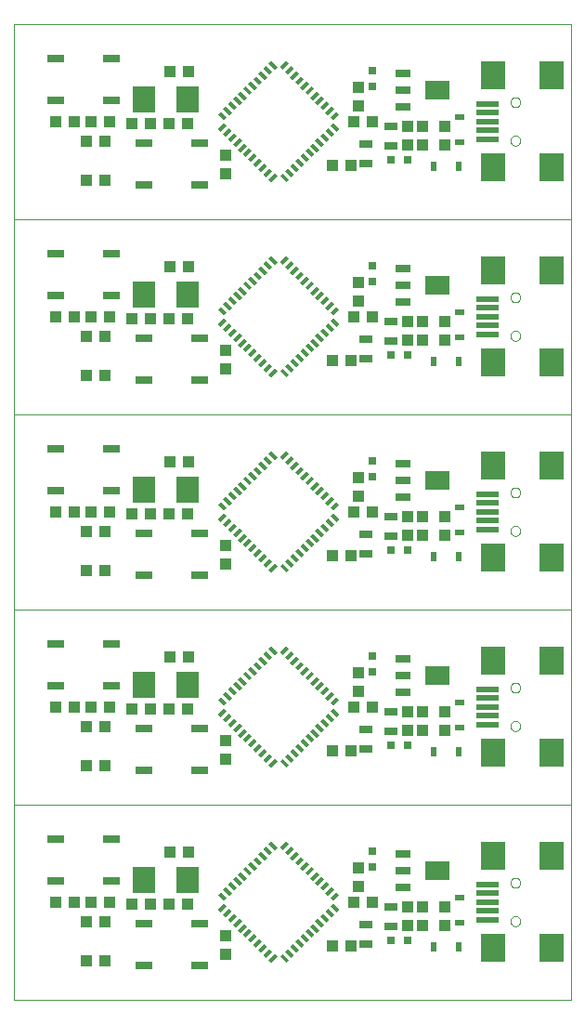
<source format=gtp>
G75*
G70*
%OFA0B0*%
%FSLAX24Y24*%
%IPPOS*%
%LPD*%
%AMOC8*
5,1,8,0,0,1.08239X$1,22.5*
%
%ADD10C,0.0000*%
%ADD11R,0.0433X0.0394*%
%ADD12R,0.0394X0.0433*%
%ADD13R,0.0315X0.0315*%
%ADD14R,0.0600X0.0300*%
%ADD15R,0.0472X0.0315*%
%ADD16R,0.0787X0.0945*%
%ADD17R,0.0551X0.0315*%
%ADD18R,0.0866X0.0709*%
%ADD19R,0.0315X0.0138*%
%ADD20R,0.0327X0.0248*%
%ADD21R,0.0248X0.0327*%
%ADD22R,0.0787X0.0197*%
%ADD23R,0.0866X0.0984*%
D10*
X001260Y000950D02*
X001260Y007950D01*
X001260Y014950D01*
X001260Y021950D01*
X001260Y028950D01*
X001260Y035950D01*
X021260Y035950D01*
X021260Y028950D01*
X001260Y028950D01*
X021260Y028950D01*
X021260Y021950D01*
X001260Y021950D01*
X021260Y021950D01*
X021260Y014950D01*
X001260Y014950D01*
X021260Y014950D01*
X021260Y007950D01*
X001260Y007950D01*
X021260Y007950D01*
X021260Y000950D01*
X001260Y000950D01*
X019083Y003761D02*
X019085Y003787D01*
X019091Y003813D01*
X019101Y003838D01*
X019114Y003861D01*
X019130Y003881D01*
X019150Y003899D01*
X019172Y003914D01*
X019195Y003926D01*
X019221Y003934D01*
X019247Y003938D01*
X019273Y003938D01*
X019299Y003934D01*
X019325Y003926D01*
X019349Y003914D01*
X019370Y003899D01*
X019390Y003881D01*
X019406Y003861D01*
X019419Y003838D01*
X019429Y003813D01*
X019435Y003787D01*
X019437Y003761D01*
X019435Y003735D01*
X019429Y003709D01*
X019419Y003684D01*
X019406Y003661D01*
X019390Y003641D01*
X019370Y003623D01*
X019348Y003608D01*
X019325Y003596D01*
X019299Y003588D01*
X019273Y003584D01*
X019247Y003584D01*
X019221Y003588D01*
X019195Y003596D01*
X019171Y003608D01*
X019150Y003623D01*
X019130Y003641D01*
X019114Y003661D01*
X019101Y003684D01*
X019091Y003709D01*
X019085Y003735D01*
X019083Y003761D01*
X019083Y005139D02*
X019085Y005165D01*
X019091Y005191D01*
X019101Y005216D01*
X019114Y005239D01*
X019130Y005259D01*
X019150Y005277D01*
X019172Y005292D01*
X019195Y005304D01*
X019221Y005312D01*
X019247Y005316D01*
X019273Y005316D01*
X019299Y005312D01*
X019325Y005304D01*
X019349Y005292D01*
X019370Y005277D01*
X019390Y005259D01*
X019406Y005239D01*
X019419Y005216D01*
X019429Y005191D01*
X019435Y005165D01*
X019437Y005139D01*
X019435Y005113D01*
X019429Y005087D01*
X019419Y005062D01*
X019406Y005039D01*
X019390Y005019D01*
X019370Y005001D01*
X019348Y004986D01*
X019325Y004974D01*
X019299Y004966D01*
X019273Y004962D01*
X019247Y004962D01*
X019221Y004966D01*
X019195Y004974D01*
X019171Y004986D01*
X019150Y005001D01*
X019130Y005019D01*
X019114Y005039D01*
X019101Y005062D01*
X019091Y005087D01*
X019085Y005113D01*
X019083Y005139D01*
X019083Y010761D02*
X019085Y010787D01*
X019091Y010813D01*
X019101Y010838D01*
X019114Y010861D01*
X019130Y010881D01*
X019150Y010899D01*
X019172Y010914D01*
X019195Y010926D01*
X019221Y010934D01*
X019247Y010938D01*
X019273Y010938D01*
X019299Y010934D01*
X019325Y010926D01*
X019349Y010914D01*
X019370Y010899D01*
X019390Y010881D01*
X019406Y010861D01*
X019419Y010838D01*
X019429Y010813D01*
X019435Y010787D01*
X019437Y010761D01*
X019435Y010735D01*
X019429Y010709D01*
X019419Y010684D01*
X019406Y010661D01*
X019390Y010641D01*
X019370Y010623D01*
X019348Y010608D01*
X019325Y010596D01*
X019299Y010588D01*
X019273Y010584D01*
X019247Y010584D01*
X019221Y010588D01*
X019195Y010596D01*
X019171Y010608D01*
X019150Y010623D01*
X019130Y010641D01*
X019114Y010661D01*
X019101Y010684D01*
X019091Y010709D01*
X019085Y010735D01*
X019083Y010761D01*
X019083Y012139D02*
X019085Y012165D01*
X019091Y012191D01*
X019101Y012216D01*
X019114Y012239D01*
X019130Y012259D01*
X019150Y012277D01*
X019172Y012292D01*
X019195Y012304D01*
X019221Y012312D01*
X019247Y012316D01*
X019273Y012316D01*
X019299Y012312D01*
X019325Y012304D01*
X019349Y012292D01*
X019370Y012277D01*
X019390Y012259D01*
X019406Y012239D01*
X019419Y012216D01*
X019429Y012191D01*
X019435Y012165D01*
X019437Y012139D01*
X019435Y012113D01*
X019429Y012087D01*
X019419Y012062D01*
X019406Y012039D01*
X019390Y012019D01*
X019370Y012001D01*
X019348Y011986D01*
X019325Y011974D01*
X019299Y011966D01*
X019273Y011962D01*
X019247Y011962D01*
X019221Y011966D01*
X019195Y011974D01*
X019171Y011986D01*
X019150Y012001D01*
X019130Y012019D01*
X019114Y012039D01*
X019101Y012062D01*
X019091Y012087D01*
X019085Y012113D01*
X019083Y012139D01*
X019083Y017761D02*
X019085Y017787D01*
X019091Y017813D01*
X019101Y017838D01*
X019114Y017861D01*
X019130Y017881D01*
X019150Y017899D01*
X019172Y017914D01*
X019195Y017926D01*
X019221Y017934D01*
X019247Y017938D01*
X019273Y017938D01*
X019299Y017934D01*
X019325Y017926D01*
X019349Y017914D01*
X019370Y017899D01*
X019390Y017881D01*
X019406Y017861D01*
X019419Y017838D01*
X019429Y017813D01*
X019435Y017787D01*
X019437Y017761D01*
X019435Y017735D01*
X019429Y017709D01*
X019419Y017684D01*
X019406Y017661D01*
X019390Y017641D01*
X019370Y017623D01*
X019348Y017608D01*
X019325Y017596D01*
X019299Y017588D01*
X019273Y017584D01*
X019247Y017584D01*
X019221Y017588D01*
X019195Y017596D01*
X019171Y017608D01*
X019150Y017623D01*
X019130Y017641D01*
X019114Y017661D01*
X019101Y017684D01*
X019091Y017709D01*
X019085Y017735D01*
X019083Y017761D01*
X019083Y019139D02*
X019085Y019165D01*
X019091Y019191D01*
X019101Y019216D01*
X019114Y019239D01*
X019130Y019259D01*
X019150Y019277D01*
X019172Y019292D01*
X019195Y019304D01*
X019221Y019312D01*
X019247Y019316D01*
X019273Y019316D01*
X019299Y019312D01*
X019325Y019304D01*
X019349Y019292D01*
X019370Y019277D01*
X019390Y019259D01*
X019406Y019239D01*
X019419Y019216D01*
X019429Y019191D01*
X019435Y019165D01*
X019437Y019139D01*
X019435Y019113D01*
X019429Y019087D01*
X019419Y019062D01*
X019406Y019039D01*
X019390Y019019D01*
X019370Y019001D01*
X019348Y018986D01*
X019325Y018974D01*
X019299Y018966D01*
X019273Y018962D01*
X019247Y018962D01*
X019221Y018966D01*
X019195Y018974D01*
X019171Y018986D01*
X019150Y019001D01*
X019130Y019019D01*
X019114Y019039D01*
X019101Y019062D01*
X019091Y019087D01*
X019085Y019113D01*
X019083Y019139D01*
X019083Y024761D02*
X019085Y024787D01*
X019091Y024813D01*
X019101Y024838D01*
X019114Y024861D01*
X019130Y024881D01*
X019150Y024899D01*
X019172Y024914D01*
X019195Y024926D01*
X019221Y024934D01*
X019247Y024938D01*
X019273Y024938D01*
X019299Y024934D01*
X019325Y024926D01*
X019349Y024914D01*
X019370Y024899D01*
X019390Y024881D01*
X019406Y024861D01*
X019419Y024838D01*
X019429Y024813D01*
X019435Y024787D01*
X019437Y024761D01*
X019435Y024735D01*
X019429Y024709D01*
X019419Y024684D01*
X019406Y024661D01*
X019390Y024641D01*
X019370Y024623D01*
X019348Y024608D01*
X019325Y024596D01*
X019299Y024588D01*
X019273Y024584D01*
X019247Y024584D01*
X019221Y024588D01*
X019195Y024596D01*
X019171Y024608D01*
X019150Y024623D01*
X019130Y024641D01*
X019114Y024661D01*
X019101Y024684D01*
X019091Y024709D01*
X019085Y024735D01*
X019083Y024761D01*
X019083Y026139D02*
X019085Y026165D01*
X019091Y026191D01*
X019101Y026216D01*
X019114Y026239D01*
X019130Y026259D01*
X019150Y026277D01*
X019172Y026292D01*
X019195Y026304D01*
X019221Y026312D01*
X019247Y026316D01*
X019273Y026316D01*
X019299Y026312D01*
X019325Y026304D01*
X019349Y026292D01*
X019370Y026277D01*
X019390Y026259D01*
X019406Y026239D01*
X019419Y026216D01*
X019429Y026191D01*
X019435Y026165D01*
X019437Y026139D01*
X019435Y026113D01*
X019429Y026087D01*
X019419Y026062D01*
X019406Y026039D01*
X019390Y026019D01*
X019370Y026001D01*
X019348Y025986D01*
X019325Y025974D01*
X019299Y025966D01*
X019273Y025962D01*
X019247Y025962D01*
X019221Y025966D01*
X019195Y025974D01*
X019171Y025986D01*
X019150Y026001D01*
X019130Y026019D01*
X019114Y026039D01*
X019101Y026062D01*
X019091Y026087D01*
X019085Y026113D01*
X019083Y026139D01*
X019083Y031761D02*
X019085Y031787D01*
X019091Y031813D01*
X019101Y031838D01*
X019114Y031861D01*
X019130Y031881D01*
X019150Y031899D01*
X019172Y031914D01*
X019195Y031926D01*
X019221Y031934D01*
X019247Y031938D01*
X019273Y031938D01*
X019299Y031934D01*
X019325Y031926D01*
X019349Y031914D01*
X019370Y031899D01*
X019390Y031881D01*
X019406Y031861D01*
X019419Y031838D01*
X019429Y031813D01*
X019435Y031787D01*
X019437Y031761D01*
X019435Y031735D01*
X019429Y031709D01*
X019419Y031684D01*
X019406Y031661D01*
X019390Y031641D01*
X019370Y031623D01*
X019348Y031608D01*
X019325Y031596D01*
X019299Y031588D01*
X019273Y031584D01*
X019247Y031584D01*
X019221Y031588D01*
X019195Y031596D01*
X019171Y031608D01*
X019150Y031623D01*
X019130Y031641D01*
X019114Y031661D01*
X019101Y031684D01*
X019091Y031709D01*
X019085Y031735D01*
X019083Y031761D01*
X019083Y033139D02*
X019085Y033165D01*
X019091Y033191D01*
X019101Y033216D01*
X019114Y033239D01*
X019130Y033259D01*
X019150Y033277D01*
X019172Y033292D01*
X019195Y033304D01*
X019221Y033312D01*
X019247Y033316D01*
X019273Y033316D01*
X019299Y033312D01*
X019325Y033304D01*
X019349Y033292D01*
X019370Y033277D01*
X019390Y033259D01*
X019406Y033239D01*
X019419Y033216D01*
X019429Y033191D01*
X019435Y033165D01*
X019437Y033139D01*
X019435Y033113D01*
X019429Y033087D01*
X019419Y033062D01*
X019406Y033039D01*
X019390Y033019D01*
X019370Y033001D01*
X019348Y032986D01*
X019325Y032974D01*
X019299Y032966D01*
X019273Y032962D01*
X019247Y032962D01*
X019221Y032966D01*
X019195Y032974D01*
X019171Y032986D01*
X019150Y033001D01*
X019130Y033019D01*
X019114Y033039D01*
X019101Y033062D01*
X019091Y033087D01*
X019085Y033113D01*
X019083Y033139D01*
D11*
X014135Y032430D03*
X013465Y032430D03*
X013355Y030870D03*
X012685Y030870D03*
X013465Y025430D03*
X014135Y025430D03*
X013355Y023870D03*
X012685Y023870D03*
X013465Y018430D03*
X014135Y018430D03*
X013355Y016870D03*
X012685Y016870D03*
X013465Y011430D03*
X014135Y011430D03*
X013355Y009870D03*
X012685Y009870D03*
X013465Y004430D03*
X014135Y004430D03*
X013355Y002870D03*
X012685Y002870D03*
X007495Y004390D03*
X006825Y004390D03*
X006155Y004390D03*
X005485Y004390D03*
X004695Y004450D03*
X004515Y003730D03*
X004025Y004450D03*
X003845Y003730D03*
X003415Y004450D03*
X002745Y004450D03*
X003845Y002350D03*
X004515Y002350D03*
X006865Y006250D03*
X007535Y006250D03*
X004515Y009350D03*
X003845Y009350D03*
X003845Y010730D03*
X004025Y011450D03*
X004515Y010730D03*
X004695Y011450D03*
X005485Y011390D03*
X006155Y011390D03*
X006825Y011390D03*
X007495Y011390D03*
X007535Y013250D03*
X006865Y013250D03*
X004515Y016350D03*
X003845Y016350D03*
X003845Y017730D03*
X004025Y018450D03*
X004515Y017730D03*
X004695Y018450D03*
X005485Y018390D03*
X006155Y018390D03*
X006825Y018390D03*
X007495Y018390D03*
X007535Y020250D03*
X006865Y020250D03*
X004515Y023350D03*
X003845Y023350D03*
X003845Y024730D03*
X004025Y025450D03*
X004515Y024730D03*
X004695Y025450D03*
X005485Y025390D03*
X006155Y025390D03*
X006825Y025390D03*
X007495Y025390D03*
X007535Y027250D03*
X006865Y027250D03*
X004515Y030350D03*
X003845Y030350D03*
X003845Y031730D03*
X004025Y032450D03*
X004515Y031730D03*
X004695Y032450D03*
X005485Y032390D03*
X006155Y032390D03*
X006825Y032390D03*
X007495Y032390D03*
X007535Y034250D03*
X006865Y034250D03*
X003415Y032450D03*
X002745Y032450D03*
X002745Y025450D03*
X003415Y025450D03*
X003415Y018450D03*
X002745Y018450D03*
X002745Y011450D03*
X003415Y011450D03*
D12*
X008857Y010253D03*
X008857Y009584D03*
X008857Y003253D03*
X008857Y002584D03*
X013620Y004995D03*
X013620Y005665D03*
X015380Y004285D03*
X015920Y004285D03*
X015920Y003615D03*
X015380Y003615D03*
X016740Y003615D03*
X016740Y004285D03*
X016740Y010615D03*
X016740Y011285D03*
X015920Y011285D03*
X015920Y010615D03*
X015380Y010615D03*
X015380Y011285D03*
X013620Y011995D03*
X013620Y012665D03*
X015380Y017615D03*
X015920Y017615D03*
X015920Y018285D03*
X015380Y018285D03*
X016740Y018285D03*
X016740Y017615D03*
X013620Y018995D03*
X013620Y019665D03*
X015380Y024615D03*
X015920Y024615D03*
X015920Y025285D03*
X015380Y025285D03*
X016740Y025285D03*
X016740Y024615D03*
X013620Y025995D03*
X013620Y026665D03*
X015380Y031615D03*
X015920Y031615D03*
X015920Y032285D03*
X015380Y032285D03*
X016740Y032285D03*
X016740Y031615D03*
X013620Y032995D03*
X013620Y033665D03*
X008857Y031253D03*
X008857Y030584D03*
X008857Y024253D03*
X008857Y023584D03*
X008857Y017253D03*
X008857Y016584D03*
D13*
X014140Y019695D03*
X014140Y020285D03*
X014805Y017090D03*
X015395Y017090D03*
X014140Y013285D03*
X014140Y012695D03*
X014805Y010090D03*
X015395Y010090D03*
X014140Y006285D03*
X014140Y005695D03*
X014805Y003090D03*
X015395Y003090D03*
X015395Y024090D03*
X014805Y024090D03*
X014140Y026695D03*
X014140Y027285D03*
X014805Y031090D03*
X015395Y031090D03*
X014140Y033695D03*
X014140Y034285D03*
D14*
X007940Y031680D03*
X007940Y030180D03*
X005940Y030180D03*
X005940Y031680D03*
X004760Y033200D03*
X004760Y034700D03*
X002760Y034700D03*
X002760Y033200D03*
X002760Y027700D03*
X002760Y026200D03*
X004760Y026200D03*
X004760Y027700D03*
X005940Y024680D03*
X005940Y023180D03*
X004760Y020700D03*
X004760Y019200D03*
X005940Y017680D03*
X005940Y016180D03*
X004760Y013700D03*
X004760Y012200D03*
X005940Y010680D03*
X005940Y009180D03*
X004760Y006700D03*
X004760Y005200D03*
X005940Y003680D03*
X005940Y002180D03*
X007940Y002180D03*
X007940Y003680D03*
X007940Y009180D03*
X007940Y010680D03*
X007940Y016180D03*
X007940Y017680D03*
X007940Y023180D03*
X007940Y024680D03*
X002760Y020700D03*
X002760Y019200D03*
X002760Y013700D03*
X002760Y012200D03*
X002760Y006700D03*
X002760Y005200D03*
D15*
X013900Y003644D03*
X013900Y002936D03*
X014800Y003576D03*
X014800Y004284D03*
X013900Y009936D03*
X013900Y010644D03*
X014800Y010576D03*
X014800Y011284D03*
X013900Y016936D03*
X013900Y017644D03*
X014800Y017576D03*
X014800Y018284D03*
X013900Y023936D03*
X013900Y024644D03*
X014800Y024576D03*
X014800Y025284D03*
X013900Y030936D03*
X013900Y031644D03*
X014800Y031576D03*
X014800Y032284D03*
D16*
X007487Y033250D03*
X005913Y033250D03*
X005913Y026250D03*
X007487Y026250D03*
X007487Y019250D03*
X005913Y019250D03*
X005913Y012250D03*
X007487Y012250D03*
X007487Y005250D03*
X005913Y005250D03*
D17*
X015240Y004979D03*
X015240Y005570D03*
X015240Y006161D03*
X015240Y011979D03*
X015240Y012570D03*
X015240Y013161D03*
X015240Y018979D03*
X015240Y019570D03*
X015240Y020161D03*
X015240Y025979D03*
X015240Y026570D03*
X015240Y027161D03*
X015240Y032979D03*
X015240Y033570D03*
X015240Y034161D03*
D18*
X016453Y033570D03*
X016453Y026570D03*
X016453Y019570D03*
X016453Y012570D03*
X016453Y005570D03*
D19*
G36*
X012937Y004721D02*
X012716Y004500D01*
X012619Y004597D01*
X012840Y004818D01*
X012937Y004721D01*
G37*
G36*
X012756Y004902D02*
X012535Y004681D01*
X012438Y004778D01*
X012659Y004999D01*
X012756Y004902D01*
G37*
G36*
X012575Y005083D02*
X012354Y004862D01*
X012257Y004959D01*
X012478Y005180D01*
X012575Y005083D01*
G37*
G36*
X012394Y005264D02*
X012173Y005043D01*
X012076Y005140D01*
X012297Y005361D01*
X012394Y005264D01*
G37*
G36*
X012214Y005445D02*
X011993Y005224D01*
X011896Y005321D01*
X012117Y005542D01*
X012214Y005445D01*
G37*
G36*
X012033Y005626D02*
X011812Y005405D01*
X011715Y005502D01*
X011936Y005723D01*
X012033Y005626D01*
G37*
G36*
X011534Y005683D02*
X011755Y005904D01*
X011852Y005807D01*
X011631Y005586D01*
X011534Y005683D01*
G37*
G36*
X011353Y005863D02*
X011574Y006084D01*
X011671Y005987D01*
X011450Y005766D01*
X011353Y005863D01*
G37*
G36*
X011172Y006044D02*
X011393Y006265D01*
X011490Y006168D01*
X011269Y005947D01*
X011172Y006044D01*
G37*
G36*
X010991Y006225D02*
X011212Y006446D01*
X011309Y006349D01*
X011088Y006128D01*
X010991Y006225D01*
G37*
G36*
X010810Y006406D02*
X011031Y006627D01*
X011128Y006530D01*
X010907Y006309D01*
X010810Y006406D01*
G37*
G36*
X010489Y006627D02*
X010710Y006406D01*
X010613Y006309D01*
X010392Y006530D01*
X010489Y006627D01*
G37*
G36*
X010308Y006446D02*
X010529Y006225D01*
X010432Y006128D01*
X010211Y006349D01*
X010308Y006446D01*
G37*
G36*
X010127Y006265D02*
X010348Y006044D01*
X010251Y005947D01*
X010030Y006168D01*
X010127Y006265D01*
G37*
G36*
X009946Y006084D02*
X010167Y005863D01*
X010070Y005766D01*
X009849Y005987D01*
X009946Y006084D01*
G37*
G36*
X009765Y005904D02*
X009986Y005683D01*
X009889Y005586D01*
X009668Y005807D01*
X009765Y005904D01*
G37*
G36*
X009584Y005723D02*
X009805Y005502D01*
X009708Y005405D01*
X009487Y005626D01*
X009584Y005723D01*
G37*
G36*
X009527Y005224D02*
X009306Y005445D01*
X009403Y005542D01*
X009624Y005321D01*
X009527Y005224D01*
G37*
G36*
X009347Y005043D02*
X009126Y005264D01*
X009223Y005361D01*
X009444Y005140D01*
X009347Y005043D01*
G37*
G36*
X009166Y004862D02*
X008945Y005083D01*
X009042Y005180D01*
X009263Y004959D01*
X009166Y004862D01*
G37*
G36*
X008985Y004681D02*
X008764Y004902D01*
X008861Y004999D01*
X009082Y004778D01*
X008985Y004681D01*
G37*
G36*
X008804Y004500D02*
X008583Y004721D01*
X008680Y004818D01*
X008901Y004597D01*
X008804Y004500D01*
G37*
G36*
X008583Y004179D02*
X008804Y004400D01*
X008901Y004303D01*
X008680Y004082D01*
X008583Y004179D01*
G37*
G36*
X008764Y003998D02*
X008985Y004219D01*
X009082Y004122D01*
X008861Y003901D01*
X008764Y003998D01*
G37*
G36*
X008945Y003817D02*
X009166Y004038D01*
X009263Y003941D01*
X009042Y003720D01*
X008945Y003817D01*
G37*
G36*
X009126Y003636D02*
X009347Y003857D01*
X009444Y003760D01*
X009223Y003539D01*
X009126Y003636D01*
G37*
G36*
X009306Y003455D02*
X009527Y003676D01*
X009624Y003579D01*
X009403Y003358D01*
X009306Y003455D01*
G37*
G36*
X009487Y003274D02*
X009708Y003495D01*
X009805Y003398D01*
X009584Y003177D01*
X009487Y003274D01*
G37*
G36*
X009986Y003217D02*
X009765Y002996D01*
X009668Y003093D01*
X009889Y003314D01*
X009986Y003217D01*
G37*
G36*
X010167Y003037D02*
X009946Y002816D01*
X009849Y002913D01*
X010070Y003134D01*
X010167Y003037D01*
G37*
G36*
X010348Y002856D02*
X010127Y002635D01*
X010030Y002732D01*
X010251Y002953D01*
X010348Y002856D01*
G37*
G36*
X010529Y002675D02*
X010308Y002454D01*
X010211Y002551D01*
X010432Y002772D01*
X010529Y002675D01*
G37*
G36*
X010710Y002494D02*
X010489Y002273D01*
X010392Y002370D01*
X010613Y002591D01*
X010710Y002494D01*
G37*
G36*
X011031Y002273D02*
X010810Y002494D01*
X010907Y002591D01*
X011128Y002370D01*
X011031Y002273D01*
G37*
G36*
X011212Y002454D02*
X010991Y002675D01*
X011088Y002772D01*
X011309Y002551D01*
X011212Y002454D01*
G37*
G36*
X011393Y002635D02*
X011172Y002856D01*
X011269Y002953D01*
X011490Y002732D01*
X011393Y002635D01*
G37*
G36*
X011574Y002816D02*
X011353Y003037D01*
X011450Y003134D01*
X011671Y002913D01*
X011574Y002816D01*
G37*
G36*
X011755Y002996D02*
X011534Y003217D01*
X011631Y003314D01*
X011852Y003093D01*
X011755Y002996D01*
G37*
G36*
X011936Y003177D02*
X011715Y003398D01*
X011812Y003495D01*
X012033Y003274D01*
X011936Y003177D01*
G37*
G36*
X011993Y003676D02*
X012214Y003455D01*
X012117Y003358D01*
X011896Y003579D01*
X011993Y003676D01*
G37*
G36*
X012173Y003857D02*
X012394Y003636D01*
X012297Y003539D01*
X012076Y003760D01*
X012173Y003857D01*
G37*
G36*
X012354Y004038D02*
X012575Y003817D01*
X012478Y003720D01*
X012257Y003941D01*
X012354Y004038D01*
G37*
G36*
X012535Y004219D02*
X012756Y003998D01*
X012659Y003901D01*
X012438Y004122D01*
X012535Y004219D01*
G37*
G36*
X012716Y004400D02*
X012937Y004179D01*
X012840Y004082D01*
X012619Y004303D01*
X012716Y004400D01*
G37*
G36*
X011031Y009273D02*
X010810Y009494D01*
X010907Y009591D01*
X011128Y009370D01*
X011031Y009273D01*
G37*
G36*
X011212Y009454D02*
X010991Y009675D01*
X011088Y009772D01*
X011309Y009551D01*
X011212Y009454D01*
G37*
G36*
X011393Y009635D02*
X011172Y009856D01*
X011269Y009953D01*
X011490Y009732D01*
X011393Y009635D01*
G37*
G36*
X011574Y009816D02*
X011353Y010037D01*
X011450Y010134D01*
X011671Y009913D01*
X011574Y009816D01*
G37*
G36*
X011755Y009996D02*
X011534Y010217D01*
X011631Y010314D01*
X011852Y010093D01*
X011755Y009996D01*
G37*
G36*
X011936Y010177D02*
X011715Y010398D01*
X011812Y010495D01*
X012033Y010274D01*
X011936Y010177D01*
G37*
G36*
X011993Y010676D02*
X012214Y010455D01*
X012117Y010358D01*
X011896Y010579D01*
X011993Y010676D01*
G37*
G36*
X012173Y010857D02*
X012394Y010636D01*
X012297Y010539D01*
X012076Y010760D01*
X012173Y010857D01*
G37*
G36*
X012354Y011038D02*
X012575Y010817D01*
X012478Y010720D01*
X012257Y010941D01*
X012354Y011038D01*
G37*
G36*
X012535Y011219D02*
X012756Y010998D01*
X012659Y010901D01*
X012438Y011122D01*
X012535Y011219D01*
G37*
G36*
X012716Y011400D02*
X012937Y011179D01*
X012840Y011082D01*
X012619Y011303D01*
X012716Y011400D01*
G37*
G36*
X012937Y011721D02*
X012716Y011500D01*
X012619Y011597D01*
X012840Y011818D01*
X012937Y011721D01*
G37*
G36*
X012756Y011902D02*
X012535Y011681D01*
X012438Y011778D01*
X012659Y011999D01*
X012756Y011902D01*
G37*
G36*
X012575Y012083D02*
X012354Y011862D01*
X012257Y011959D01*
X012478Y012180D01*
X012575Y012083D01*
G37*
G36*
X012394Y012264D02*
X012173Y012043D01*
X012076Y012140D01*
X012297Y012361D01*
X012394Y012264D01*
G37*
G36*
X012214Y012445D02*
X011993Y012224D01*
X011896Y012321D01*
X012117Y012542D01*
X012214Y012445D01*
G37*
G36*
X012033Y012626D02*
X011812Y012405D01*
X011715Y012502D01*
X011936Y012723D01*
X012033Y012626D01*
G37*
G36*
X011534Y012683D02*
X011755Y012904D01*
X011852Y012807D01*
X011631Y012586D01*
X011534Y012683D01*
G37*
G36*
X011353Y012863D02*
X011574Y013084D01*
X011671Y012987D01*
X011450Y012766D01*
X011353Y012863D01*
G37*
G36*
X011172Y013044D02*
X011393Y013265D01*
X011490Y013168D01*
X011269Y012947D01*
X011172Y013044D01*
G37*
G36*
X010991Y013225D02*
X011212Y013446D01*
X011309Y013349D01*
X011088Y013128D01*
X010991Y013225D01*
G37*
G36*
X010810Y013406D02*
X011031Y013627D01*
X011128Y013530D01*
X010907Y013309D01*
X010810Y013406D01*
G37*
G36*
X010489Y013627D02*
X010710Y013406D01*
X010613Y013309D01*
X010392Y013530D01*
X010489Y013627D01*
G37*
G36*
X010308Y013446D02*
X010529Y013225D01*
X010432Y013128D01*
X010211Y013349D01*
X010308Y013446D01*
G37*
G36*
X010127Y013265D02*
X010348Y013044D01*
X010251Y012947D01*
X010030Y013168D01*
X010127Y013265D01*
G37*
G36*
X009946Y013084D02*
X010167Y012863D01*
X010070Y012766D01*
X009849Y012987D01*
X009946Y013084D01*
G37*
G36*
X009765Y012904D02*
X009986Y012683D01*
X009889Y012586D01*
X009668Y012807D01*
X009765Y012904D01*
G37*
G36*
X009584Y012723D02*
X009805Y012502D01*
X009708Y012405D01*
X009487Y012626D01*
X009584Y012723D01*
G37*
G36*
X009527Y012224D02*
X009306Y012445D01*
X009403Y012542D01*
X009624Y012321D01*
X009527Y012224D01*
G37*
G36*
X009347Y012043D02*
X009126Y012264D01*
X009223Y012361D01*
X009444Y012140D01*
X009347Y012043D01*
G37*
G36*
X009166Y011862D02*
X008945Y012083D01*
X009042Y012180D01*
X009263Y011959D01*
X009166Y011862D01*
G37*
G36*
X008985Y011681D02*
X008764Y011902D01*
X008861Y011999D01*
X009082Y011778D01*
X008985Y011681D01*
G37*
G36*
X008804Y011500D02*
X008583Y011721D01*
X008680Y011818D01*
X008901Y011597D01*
X008804Y011500D01*
G37*
G36*
X008583Y011179D02*
X008804Y011400D01*
X008901Y011303D01*
X008680Y011082D01*
X008583Y011179D01*
G37*
G36*
X008764Y010998D02*
X008985Y011219D01*
X009082Y011122D01*
X008861Y010901D01*
X008764Y010998D01*
G37*
G36*
X008945Y010817D02*
X009166Y011038D01*
X009263Y010941D01*
X009042Y010720D01*
X008945Y010817D01*
G37*
G36*
X009126Y010636D02*
X009347Y010857D01*
X009444Y010760D01*
X009223Y010539D01*
X009126Y010636D01*
G37*
G36*
X009306Y010455D02*
X009527Y010676D01*
X009624Y010579D01*
X009403Y010358D01*
X009306Y010455D01*
G37*
G36*
X009487Y010274D02*
X009708Y010495D01*
X009805Y010398D01*
X009584Y010177D01*
X009487Y010274D01*
G37*
G36*
X009986Y010217D02*
X009765Y009996D01*
X009668Y010093D01*
X009889Y010314D01*
X009986Y010217D01*
G37*
G36*
X010167Y010037D02*
X009946Y009816D01*
X009849Y009913D01*
X010070Y010134D01*
X010167Y010037D01*
G37*
G36*
X010348Y009856D02*
X010127Y009635D01*
X010030Y009732D01*
X010251Y009953D01*
X010348Y009856D01*
G37*
G36*
X010529Y009675D02*
X010308Y009454D01*
X010211Y009551D01*
X010432Y009772D01*
X010529Y009675D01*
G37*
G36*
X010710Y009494D02*
X010489Y009273D01*
X010392Y009370D01*
X010613Y009591D01*
X010710Y009494D01*
G37*
G36*
X010710Y016494D02*
X010489Y016273D01*
X010392Y016370D01*
X010613Y016591D01*
X010710Y016494D01*
G37*
G36*
X011031Y016273D02*
X010810Y016494D01*
X010907Y016591D01*
X011128Y016370D01*
X011031Y016273D01*
G37*
G36*
X011212Y016454D02*
X010991Y016675D01*
X011088Y016772D01*
X011309Y016551D01*
X011212Y016454D01*
G37*
G36*
X011393Y016635D02*
X011172Y016856D01*
X011269Y016953D01*
X011490Y016732D01*
X011393Y016635D01*
G37*
G36*
X011574Y016816D02*
X011353Y017037D01*
X011450Y017134D01*
X011671Y016913D01*
X011574Y016816D01*
G37*
G36*
X011755Y016996D02*
X011534Y017217D01*
X011631Y017314D01*
X011852Y017093D01*
X011755Y016996D01*
G37*
G36*
X011936Y017177D02*
X011715Y017398D01*
X011812Y017495D01*
X012033Y017274D01*
X011936Y017177D01*
G37*
G36*
X011993Y017676D02*
X012214Y017455D01*
X012117Y017358D01*
X011896Y017579D01*
X011993Y017676D01*
G37*
G36*
X012173Y017857D02*
X012394Y017636D01*
X012297Y017539D01*
X012076Y017760D01*
X012173Y017857D01*
G37*
G36*
X012354Y018038D02*
X012575Y017817D01*
X012478Y017720D01*
X012257Y017941D01*
X012354Y018038D01*
G37*
G36*
X012535Y018219D02*
X012756Y017998D01*
X012659Y017901D01*
X012438Y018122D01*
X012535Y018219D01*
G37*
G36*
X012716Y018400D02*
X012937Y018179D01*
X012840Y018082D01*
X012619Y018303D01*
X012716Y018400D01*
G37*
G36*
X012937Y018721D02*
X012716Y018500D01*
X012619Y018597D01*
X012840Y018818D01*
X012937Y018721D01*
G37*
G36*
X012756Y018902D02*
X012535Y018681D01*
X012438Y018778D01*
X012659Y018999D01*
X012756Y018902D01*
G37*
G36*
X012575Y019083D02*
X012354Y018862D01*
X012257Y018959D01*
X012478Y019180D01*
X012575Y019083D01*
G37*
G36*
X012394Y019264D02*
X012173Y019043D01*
X012076Y019140D01*
X012297Y019361D01*
X012394Y019264D01*
G37*
G36*
X012214Y019445D02*
X011993Y019224D01*
X011896Y019321D01*
X012117Y019542D01*
X012214Y019445D01*
G37*
G36*
X012033Y019626D02*
X011812Y019405D01*
X011715Y019502D01*
X011936Y019723D01*
X012033Y019626D01*
G37*
G36*
X011534Y019683D02*
X011755Y019904D01*
X011852Y019807D01*
X011631Y019586D01*
X011534Y019683D01*
G37*
G36*
X011353Y019863D02*
X011574Y020084D01*
X011671Y019987D01*
X011450Y019766D01*
X011353Y019863D01*
G37*
G36*
X011172Y020044D02*
X011393Y020265D01*
X011490Y020168D01*
X011269Y019947D01*
X011172Y020044D01*
G37*
G36*
X010991Y020225D02*
X011212Y020446D01*
X011309Y020349D01*
X011088Y020128D01*
X010991Y020225D01*
G37*
G36*
X010810Y020406D02*
X011031Y020627D01*
X011128Y020530D01*
X010907Y020309D01*
X010810Y020406D01*
G37*
G36*
X010489Y020627D02*
X010710Y020406D01*
X010613Y020309D01*
X010392Y020530D01*
X010489Y020627D01*
G37*
G36*
X010308Y020446D02*
X010529Y020225D01*
X010432Y020128D01*
X010211Y020349D01*
X010308Y020446D01*
G37*
G36*
X010127Y020265D02*
X010348Y020044D01*
X010251Y019947D01*
X010030Y020168D01*
X010127Y020265D01*
G37*
G36*
X009946Y020084D02*
X010167Y019863D01*
X010070Y019766D01*
X009849Y019987D01*
X009946Y020084D01*
G37*
G36*
X009765Y019904D02*
X009986Y019683D01*
X009889Y019586D01*
X009668Y019807D01*
X009765Y019904D01*
G37*
G36*
X009584Y019723D02*
X009805Y019502D01*
X009708Y019405D01*
X009487Y019626D01*
X009584Y019723D01*
G37*
G36*
X009527Y019224D02*
X009306Y019445D01*
X009403Y019542D01*
X009624Y019321D01*
X009527Y019224D01*
G37*
G36*
X009347Y019043D02*
X009126Y019264D01*
X009223Y019361D01*
X009444Y019140D01*
X009347Y019043D01*
G37*
G36*
X009166Y018862D02*
X008945Y019083D01*
X009042Y019180D01*
X009263Y018959D01*
X009166Y018862D01*
G37*
G36*
X008985Y018681D02*
X008764Y018902D01*
X008861Y018999D01*
X009082Y018778D01*
X008985Y018681D01*
G37*
G36*
X008804Y018500D02*
X008583Y018721D01*
X008680Y018818D01*
X008901Y018597D01*
X008804Y018500D01*
G37*
G36*
X008583Y018179D02*
X008804Y018400D01*
X008901Y018303D01*
X008680Y018082D01*
X008583Y018179D01*
G37*
G36*
X008764Y017998D02*
X008985Y018219D01*
X009082Y018122D01*
X008861Y017901D01*
X008764Y017998D01*
G37*
G36*
X008945Y017817D02*
X009166Y018038D01*
X009263Y017941D01*
X009042Y017720D01*
X008945Y017817D01*
G37*
G36*
X009126Y017636D02*
X009347Y017857D01*
X009444Y017760D01*
X009223Y017539D01*
X009126Y017636D01*
G37*
G36*
X009306Y017455D02*
X009527Y017676D01*
X009624Y017579D01*
X009403Y017358D01*
X009306Y017455D01*
G37*
G36*
X009487Y017274D02*
X009708Y017495D01*
X009805Y017398D01*
X009584Y017177D01*
X009487Y017274D01*
G37*
G36*
X009986Y017217D02*
X009765Y016996D01*
X009668Y017093D01*
X009889Y017314D01*
X009986Y017217D01*
G37*
G36*
X010167Y017037D02*
X009946Y016816D01*
X009849Y016913D01*
X010070Y017134D01*
X010167Y017037D01*
G37*
G36*
X010348Y016856D02*
X010127Y016635D01*
X010030Y016732D01*
X010251Y016953D01*
X010348Y016856D01*
G37*
G36*
X010529Y016675D02*
X010308Y016454D01*
X010211Y016551D01*
X010432Y016772D01*
X010529Y016675D01*
G37*
G36*
X010710Y023494D02*
X010489Y023273D01*
X010392Y023370D01*
X010613Y023591D01*
X010710Y023494D01*
G37*
G36*
X011031Y023273D02*
X010810Y023494D01*
X010907Y023591D01*
X011128Y023370D01*
X011031Y023273D01*
G37*
G36*
X011212Y023454D02*
X010991Y023675D01*
X011088Y023772D01*
X011309Y023551D01*
X011212Y023454D01*
G37*
G36*
X011393Y023635D02*
X011172Y023856D01*
X011269Y023953D01*
X011490Y023732D01*
X011393Y023635D01*
G37*
G36*
X011574Y023816D02*
X011353Y024037D01*
X011450Y024134D01*
X011671Y023913D01*
X011574Y023816D01*
G37*
G36*
X011755Y023996D02*
X011534Y024217D01*
X011631Y024314D01*
X011852Y024093D01*
X011755Y023996D01*
G37*
G36*
X011936Y024177D02*
X011715Y024398D01*
X011812Y024495D01*
X012033Y024274D01*
X011936Y024177D01*
G37*
G36*
X011993Y024676D02*
X012214Y024455D01*
X012117Y024358D01*
X011896Y024579D01*
X011993Y024676D01*
G37*
G36*
X012173Y024857D02*
X012394Y024636D01*
X012297Y024539D01*
X012076Y024760D01*
X012173Y024857D01*
G37*
G36*
X012354Y025038D02*
X012575Y024817D01*
X012478Y024720D01*
X012257Y024941D01*
X012354Y025038D01*
G37*
G36*
X012535Y025219D02*
X012756Y024998D01*
X012659Y024901D01*
X012438Y025122D01*
X012535Y025219D01*
G37*
G36*
X012716Y025400D02*
X012937Y025179D01*
X012840Y025082D01*
X012619Y025303D01*
X012716Y025400D01*
G37*
G36*
X012937Y025721D02*
X012716Y025500D01*
X012619Y025597D01*
X012840Y025818D01*
X012937Y025721D01*
G37*
G36*
X012756Y025902D02*
X012535Y025681D01*
X012438Y025778D01*
X012659Y025999D01*
X012756Y025902D01*
G37*
G36*
X012575Y026083D02*
X012354Y025862D01*
X012257Y025959D01*
X012478Y026180D01*
X012575Y026083D01*
G37*
G36*
X012394Y026264D02*
X012173Y026043D01*
X012076Y026140D01*
X012297Y026361D01*
X012394Y026264D01*
G37*
G36*
X012214Y026445D02*
X011993Y026224D01*
X011896Y026321D01*
X012117Y026542D01*
X012214Y026445D01*
G37*
G36*
X012033Y026626D02*
X011812Y026405D01*
X011715Y026502D01*
X011936Y026723D01*
X012033Y026626D01*
G37*
G36*
X011534Y026683D02*
X011755Y026904D01*
X011852Y026807D01*
X011631Y026586D01*
X011534Y026683D01*
G37*
G36*
X011353Y026863D02*
X011574Y027084D01*
X011671Y026987D01*
X011450Y026766D01*
X011353Y026863D01*
G37*
G36*
X011172Y027044D02*
X011393Y027265D01*
X011490Y027168D01*
X011269Y026947D01*
X011172Y027044D01*
G37*
G36*
X010991Y027225D02*
X011212Y027446D01*
X011309Y027349D01*
X011088Y027128D01*
X010991Y027225D01*
G37*
G36*
X010810Y027406D02*
X011031Y027627D01*
X011128Y027530D01*
X010907Y027309D01*
X010810Y027406D01*
G37*
G36*
X010489Y027627D02*
X010710Y027406D01*
X010613Y027309D01*
X010392Y027530D01*
X010489Y027627D01*
G37*
G36*
X010308Y027446D02*
X010529Y027225D01*
X010432Y027128D01*
X010211Y027349D01*
X010308Y027446D01*
G37*
G36*
X010127Y027265D02*
X010348Y027044D01*
X010251Y026947D01*
X010030Y027168D01*
X010127Y027265D01*
G37*
G36*
X009946Y027084D02*
X010167Y026863D01*
X010070Y026766D01*
X009849Y026987D01*
X009946Y027084D01*
G37*
G36*
X009765Y026904D02*
X009986Y026683D01*
X009889Y026586D01*
X009668Y026807D01*
X009765Y026904D01*
G37*
G36*
X009584Y026723D02*
X009805Y026502D01*
X009708Y026405D01*
X009487Y026626D01*
X009584Y026723D01*
G37*
G36*
X009527Y026224D02*
X009306Y026445D01*
X009403Y026542D01*
X009624Y026321D01*
X009527Y026224D01*
G37*
G36*
X009347Y026043D02*
X009126Y026264D01*
X009223Y026361D01*
X009444Y026140D01*
X009347Y026043D01*
G37*
G36*
X009166Y025862D02*
X008945Y026083D01*
X009042Y026180D01*
X009263Y025959D01*
X009166Y025862D01*
G37*
G36*
X008985Y025681D02*
X008764Y025902D01*
X008861Y025999D01*
X009082Y025778D01*
X008985Y025681D01*
G37*
G36*
X008804Y025500D02*
X008583Y025721D01*
X008680Y025818D01*
X008901Y025597D01*
X008804Y025500D01*
G37*
G36*
X008583Y025179D02*
X008804Y025400D01*
X008901Y025303D01*
X008680Y025082D01*
X008583Y025179D01*
G37*
G36*
X008764Y024998D02*
X008985Y025219D01*
X009082Y025122D01*
X008861Y024901D01*
X008764Y024998D01*
G37*
G36*
X008945Y024817D02*
X009166Y025038D01*
X009263Y024941D01*
X009042Y024720D01*
X008945Y024817D01*
G37*
G36*
X009126Y024636D02*
X009347Y024857D01*
X009444Y024760D01*
X009223Y024539D01*
X009126Y024636D01*
G37*
G36*
X009306Y024455D02*
X009527Y024676D01*
X009624Y024579D01*
X009403Y024358D01*
X009306Y024455D01*
G37*
G36*
X009487Y024274D02*
X009708Y024495D01*
X009805Y024398D01*
X009584Y024177D01*
X009487Y024274D01*
G37*
G36*
X009986Y024217D02*
X009765Y023996D01*
X009668Y024093D01*
X009889Y024314D01*
X009986Y024217D01*
G37*
G36*
X010167Y024037D02*
X009946Y023816D01*
X009849Y023913D01*
X010070Y024134D01*
X010167Y024037D01*
G37*
G36*
X010348Y023856D02*
X010127Y023635D01*
X010030Y023732D01*
X010251Y023953D01*
X010348Y023856D01*
G37*
G36*
X010529Y023675D02*
X010308Y023454D01*
X010211Y023551D01*
X010432Y023772D01*
X010529Y023675D01*
G37*
G36*
X010710Y030494D02*
X010489Y030273D01*
X010392Y030370D01*
X010613Y030591D01*
X010710Y030494D01*
G37*
G36*
X011031Y030273D02*
X010810Y030494D01*
X010907Y030591D01*
X011128Y030370D01*
X011031Y030273D01*
G37*
G36*
X011212Y030454D02*
X010991Y030675D01*
X011088Y030772D01*
X011309Y030551D01*
X011212Y030454D01*
G37*
G36*
X011393Y030635D02*
X011172Y030856D01*
X011269Y030953D01*
X011490Y030732D01*
X011393Y030635D01*
G37*
G36*
X011574Y030816D02*
X011353Y031037D01*
X011450Y031134D01*
X011671Y030913D01*
X011574Y030816D01*
G37*
G36*
X011755Y030996D02*
X011534Y031217D01*
X011631Y031314D01*
X011852Y031093D01*
X011755Y030996D01*
G37*
G36*
X011936Y031177D02*
X011715Y031398D01*
X011812Y031495D01*
X012033Y031274D01*
X011936Y031177D01*
G37*
G36*
X011993Y031676D02*
X012214Y031455D01*
X012117Y031358D01*
X011896Y031579D01*
X011993Y031676D01*
G37*
G36*
X012173Y031857D02*
X012394Y031636D01*
X012297Y031539D01*
X012076Y031760D01*
X012173Y031857D01*
G37*
G36*
X012354Y032038D02*
X012575Y031817D01*
X012478Y031720D01*
X012257Y031941D01*
X012354Y032038D01*
G37*
G36*
X012535Y032219D02*
X012756Y031998D01*
X012659Y031901D01*
X012438Y032122D01*
X012535Y032219D01*
G37*
G36*
X012716Y032400D02*
X012937Y032179D01*
X012840Y032082D01*
X012619Y032303D01*
X012716Y032400D01*
G37*
G36*
X012937Y032721D02*
X012716Y032500D01*
X012619Y032597D01*
X012840Y032818D01*
X012937Y032721D01*
G37*
G36*
X012756Y032902D02*
X012535Y032681D01*
X012438Y032778D01*
X012659Y032999D01*
X012756Y032902D01*
G37*
G36*
X012575Y033083D02*
X012354Y032862D01*
X012257Y032959D01*
X012478Y033180D01*
X012575Y033083D01*
G37*
G36*
X012394Y033264D02*
X012173Y033043D01*
X012076Y033140D01*
X012297Y033361D01*
X012394Y033264D01*
G37*
G36*
X012214Y033445D02*
X011993Y033224D01*
X011896Y033321D01*
X012117Y033542D01*
X012214Y033445D01*
G37*
G36*
X012033Y033626D02*
X011812Y033405D01*
X011715Y033502D01*
X011936Y033723D01*
X012033Y033626D01*
G37*
G36*
X011534Y033683D02*
X011755Y033904D01*
X011852Y033807D01*
X011631Y033586D01*
X011534Y033683D01*
G37*
G36*
X011353Y033863D02*
X011574Y034084D01*
X011671Y033987D01*
X011450Y033766D01*
X011353Y033863D01*
G37*
G36*
X011172Y034044D02*
X011393Y034265D01*
X011490Y034168D01*
X011269Y033947D01*
X011172Y034044D01*
G37*
G36*
X010991Y034225D02*
X011212Y034446D01*
X011309Y034349D01*
X011088Y034128D01*
X010991Y034225D01*
G37*
G36*
X010810Y034406D02*
X011031Y034627D01*
X011128Y034530D01*
X010907Y034309D01*
X010810Y034406D01*
G37*
G36*
X010489Y034627D02*
X010710Y034406D01*
X010613Y034309D01*
X010392Y034530D01*
X010489Y034627D01*
G37*
G36*
X010308Y034446D02*
X010529Y034225D01*
X010432Y034128D01*
X010211Y034349D01*
X010308Y034446D01*
G37*
G36*
X010127Y034265D02*
X010348Y034044D01*
X010251Y033947D01*
X010030Y034168D01*
X010127Y034265D01*
G37*
G36*
X009946Y034084D02*
X010167Y033863D01*
X010070Y033766D01*
X009849Y033987D01*
X009946Y034084D01*
G37*
G36*
X009765Y033904D02*
X009986Y033683D01*
X009889Y033586D01*
X009668Y033807D01*
X009765Y033904D01*
G37*
G36*
X009584Y033723D02*
X009805Y033502D01*
X009708Y033405D01*
X009487Y033626D01*
X009584Y033723D01*
G37*
G36*
X009527Y033224D02*
X009306Y033445D01*
X009403Y033542D01*
X009624Y033321D01*
X009527Y033224D01*
G37*
G36*
X009347Y033043D02*
X009126Y033264D01*
X009223Y033361D01*
X009444Y033140D01*
X009347Y033043D01*
G37*
G36*
X009166Y032862D02*
X008945Y033083D01*
X009042Y033180D01*
X009263Y032959D01*
X009166Y032862D01*
G37*
G36*
X008985Y032681D02*
X008764Y032902D01*
X008861Y032999D01*
X009082Y032778D01*
X008985Y032681D01*
G37*
G36*
X008804Y032500D02*
X008583Y032721D01*
X008680Y032818D01*
X008901Y032597D01*
X008804Y032500D01*
G37*
G36*
X008583Y032179D02*
X008804Y032400D01*
X008901Y032303D01*
X008680Y032082D01*
X008583Y032179D01*
G37*
G36*
X008764Y031998D02*
X008985Y032219D01*
X009082Y032122D01*
X008861Y031901D01*
X008764Y031998D01*
G37*
G36*
X008945Y031817D02*
X009166Y032038D01*
X009263Y031941D01*
X009042Y031720D01*
X008945Y031817D01*
G37*
G36*
X009126Y031636D02*
X009347Y031857D01*
X009444Y031760D01*
X009223Y031539D01*
X009126Y031636D01*
G37*
G36*
X009306Y031455D02*
X009527Y031676D01*
X009624Y031579D01*
X009403Y031358D01*
X009306Y031455D01*
G37*
G36*
X009487Y031274D02*
X009708Y031495D01*
X009805Y031398D01*
X009584Y031177D01*
X009487Y031274D01*
G37*
G36*
X009986Y031217D02*
X009765Y030996D01*
X009668Y031093D01*
X009889Y031314D01*
X009986Y031217D01*
G37*
G36*
X010167Y031037D02*
X009946Y030816D01*
X009849Y030913D01*
X010070Y031134D01*
X010167Y031037D01*
G37*
G36*
X010348Y030856D02*
X010127Y030635D01*
X010030Y030732D01*
X010251Y030953D01*
X010348Y030856D01*
G37*
G36*
X010529Y030675D02*
X010308Y030454D01*
X010211Y030551D01*
X010432Y030772D01*
X010529Y030675D01*
G37*
D20*
X017260Y031697D03*
X017260Y032603D03*
X017260Y025603D03*
X017260Y024697D03*
X017260Y018603D03*
X017260Y017697D03*
X017260Y011603D03*
X017260Y010697D03*
X017260Y004603D03*
X017260Y003697D03*
D21*
X017233Y002850D03*
X016327Y002850D03*
X016327Y009850D03*
X017233Y009850D03*
X017233Y016850D03*
X016327Y016850D03*
X016327Y023850D03*
X017233Y023850D03*
X017233Y030850D03*
X016327Y030850D03*
D22*
X018276Y031820D03*
X018276Y032135D03*
X018276Y032450D03*
X018276Y032765D03*
X018276Y033080D03*
X018276Y026080D03*
X018276Y025765D03*
X018276Y025450D03*
X018276Y025135D03*
X018276Y024820D03*
X018276Y019080D03*
X018276Y018765D03*
X018276Y018450D03*
X018276Y018135D03*
X018276Y017820D03*
X018276Y012080D03*
X018276Y011765D03*
X018276Y011450D03*
X018276Y011135D03*
X018276Y010820D03*
X018276Y005080D03*
X018276Y004765D03*
X018276Y004450D03*
X018276Y004135D03*
X018276Y003820D03*
D23*
X018473Y002796D03*
X018473Y006104D03*
X020559Y006104D03*
X020559Y002796D03*
X020559Y009796D03*
X020559Y013104D03*
X018473Y013104D03*
X018473Y009796D03*
X018473Y016796D03*
X018473Y020104D03*
X020559Y020104D03*
X020559Y016796D03*
X020559Y023796D03*
X020559Y027104D03*
X018473Y027104D03*
X018473Y023796D03*
X018473Y030796D03*
X018473Y034104D03*
X020559Y034104D03*
X020559Y030796D03*
M02*

</source>
